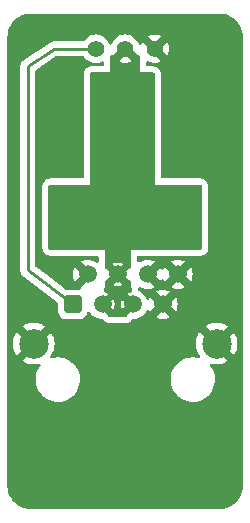
<source format=gbr>
%TF.GenerationSoftware,KiCad,Pcbnew,7.0.5-0*%
%TF.CreationDate,2024-07-28T13:55:19+02:00*%
%TF.ProjectId,rj45-dynamixel-adapter,726a3435-2d64-4796-9e61-6d6978656c2d,rev?*%
%TF.SameCoordinates,Original*%
%TF.FileFunction,Copper,L2,Inr*%
%TF.FilePolarity,Positive*%
%FSLAX46Y46*%
G04 Gerber Fmt 4.6, Leading zero omitted, Abs format (unit mm)*
G04 Created by KiCad (PCBNEW 7.0.5-0) date 2024-07-28 13:55:19*
%MOMM*%
%LPD*%
G01*
G04 APERTURE LIST*
G04 Aperture macros list*
%AMRoundRect*
0 Rectangle with rounded corners*
0 $1 Rounding radius*
0 $2 $3 $4 $5 $6 $7 $8 $9 X,Y pos of 4 corners*
0 Add a 4 corners polygon primitive as box body*
4,1,4,$2,$3,$4,$5,$6,$7,$8,$9,$2,$3,0*
0 Add four circle primitives for the rounded corners*
1,1,$1+$1,$2,$3*
1,1,$1+$1,$4,$5*
1,1,$1+$1,$6,$7*
1,1,$1+$1,$8,$9*
0 Add four rect primitives between the rounded corners*
20,1,$1+$1,$2,$3,$4,$5,0*
20,1,$1+$1,$4,$5,$6,$7,0*
20,1,$1+$1,$6,$7,$8,$9,0*
20,1,$1+$1,$8,$9,$2,$3,0*%
G04 Aperture macros list end*
%TA.AperFunction,ComponentPad*%
%ADD10RoundRect,0.250500X-0.499500X-0.499500X0.499500X-0.499500X0.499500X0.499500X-0.499500X0.499500X0*%
%TD*%
%TA.AperFunction,ComponentPad*%
%ADD11C,1.500000*%
%TD*%
%TA.AperFunction,ComponentPad*%
%ADD12C,2.500000*%
%TD*%
%TA.AperFunction,ComponentPad*%
%ADD13C,1.397000*%
%TD*%
%TA.AperFunction,ViaPad*%
%ADD14C,0.800000*%
%TD*%
%TA.AperFunction,Conductor*%
%ADD15C,0.250000*%
%TD*%
G04 APERTURE END LIST*
D10*
%TO.N,/SIG*%
%TO.C,J3*%
X146560000Y-105650000D03*
D11*
%TO.N,GND*%
X147820000Y-103110000D03*
%TO.N,/12V*%
X149100000Y-105650000D03*
X150360000Y-103110000D03*
X151640000Y-105650000D03*
%TO.N,GND*%
X152900000Y-103110000D03*
X154180000Y-105650000D03*
X155440000Y-103110000D03*
D12*
X143255000Y-108960000D03*
X158745000Y-108960000D03*
%TD*%
D13*
%TO.N,GND*%
%TO.C,J1*%
X153500000Y-84000000D03*
%TO.N,/12V*%
X151000000Y-84000000D03*
%TO.N,/SIG*%
X148500000Y-84000000D03*
%TD*%
D14*
%TO.N,GND*%
X157750000Y-87250000D03*
X144250000Y-92250000D03*
X144250000Y-90000000D03*
X157750000Y-92250000D03*
X145000000Y-103000000D03*
X144250000Y-87250000D03*
X157750000Y-90000000D03*
%TO.N,/12V*%
X150250000Y-93750000D03*
X150250000Y-96000000D03*
X150250000Y-98250000D03*
X150750000Y-87250000D03*
X150250000Y-100500000D03*
X150250000Y-91750000D03*
X150250000Y-89750000D03*
%TD*%
D15*
%TO.N,/SIG*%
X146560000Y-105650000D02*
X142750000Y-102750000D01*
X142750000Y-102750000D02*
X142750000Y-85500000D01*
X142750000Y-85500000D02*
X145000000Y-84000000D01*
X145000000Y-84000000D02*
X148500000Y-84000000D01*
%TD*%
%TA.AperFunction,Conductor*%
%TO.N,/12V*%
G36*
X149250000Y-89000000D02*
G01*
X149250000Y-101000000D01*
X144624000Y-101000000D01*
X144556961Y-100980315D01*
X144511206Y-100927511D01*
X144500000Y-100876000D01*
X144500000Y-95624000D01*
X144519685Y-95556961D01*
X144572489Y-95511206D01*
X144624000Y-95500000D01*
X148000000Y-95500000D01*
X148000000Y-86124000D01*
X148019685Y-86056961D01*
X148072489Y-86011206D01*
X148124000Y-86000000D01*
X149750000Y-86000000D01*
X149250000Y-89000000D01*
G37*
%TD.AperFunction*%
%TA.AperFunction,Conductor*%
G36*
X153443039Y-86019685D02*
G01*
X153488794Y-86072489D01*
X153500000Y-86124000D01*
X153500000Y-95500000D01*
X157376000Y-95500000D01*
X157443039Y-95519685D01*
X157488794Y-95572489D01*
X157500000Y-95624000D01*
X157500000Y-100876000D01*
X157480315Y-100943039D01*
X157427511Y-100988794D01*
X157376000Y-101000000D01*
X151500000Y-101000000D01*
X151500000Y-89000000D01*
X152250000Y-86000000D01*
X153376000Y-86000000D01*
X153443039Y-86019685D01*
G37*
%TD.AperFunction*%
%TD*%
%TA.AperFunction,Conductor*%
%TO.N,/12V*%
G36*
X151500000Y-101000000D02*
G01*
X151500000Y-101000001D01*
X151500000Y-102417682D01*
X151481046Y-102512970D01*
X151427070Y-102593752D01*
X151346288Y-102647728D01*
X151265902Y-102663717D01*
X150819619Y-103110000D01*
X151268274Y-103558654D01*
X151311502Y-103560778D01*
X151399329Y-103602318D01*
X151464575Y-103674305D01*
X151497305Y-103765781D01*
X151500000Y-103802316D01*
X151500000Y-104250000D01*
X151514799Y-104276140D01*
X151530567Y-104290444D01*
X151572067Y-104378289D01*
X151576791Y-104475329D01*
X151544019Y-104566790D01*
X151478741Y-104638748D01*
X151402784Y-104676961D01*
X151255465Y-104721650D01*
X151200596Y-104750977D01*
X151639999Y-105190380D01*
X151640000Y-105190380D01*
X151649620Y-105200000D01*
X151606276Y-105200000D01*
X151505862Y-105215135D01*
X151383643Y-105273993D01*
X151284202Y-105366260D01*
X151216375Y-105483740D01*
X151186190Y-105615992D01*
X151196327Y-105751265D01*
X151245887Y-105877541D01*
X151330465Y-105983599D01*
X151442547Y-106060016D01*
X151572173Y-106100000D01*
X151649617Y-106100000D01*
X151178953Y-106570665D01*
X151141750Y-106649328D01*
X151069763Y-106714573D01*
X150978288Y-106747305D01*
X150941750Y-106750000D01*
X149798250Y-106750000D01*
X149702962Y-106731046D01*
X149622180Y-106677070D01*
X149568204Y-106596288D01*
X149563619Y-106573239D01*
X149090381Y-106100000D01*
X149133724Y-106100000D01*
X149234138Y-106084865D01*
X149356357Y-106026007D01*
X149455798Y-105933740D01*
X149523625Y-105816260D01*
X149553810Y-105684008D01*
X149551262Y-105650000D01*
X149559619Y-105650000D01*
X149999021Y-106089401D01*
X150028349Y-106034535D01*
X150028350Y-106034534D01*
X150085530Y-105846034D01*
X150104839Y-105649999D01*
X150635161Y-105649999D01*
X150654469Y-105846034D01*
X150711649Y-106034534D01*
X150711650Y-106034536D01*
X150740977Y-106089401D01*
X151180379Y-105650000D01*
X150740976Y-105210597D01*
X150711649Y-105265466D01*
X150654469Y-105453965D01*
X150635161Y-105649999D01*
X150104839Y-105649999D01*
X150085530Y-105453965D01*
X150028351Y-105265469D01*
X150028349Y-105265464D01*
X149999022Y-105210597D01*
X149559619Y-105650000D01*
X149551262Y-105650000D01*
X149543673Y-105548735D01*
X149494113Y-105422459D01*
X149409535Y-105316401D01*
X149297453Y-105239984D01*
X149167827Y-105200000D01*
X149090380Y-105200000D01*
X149100000Y-105190380D01*
X149539401Y-104750977D01*
X149539401Y-104750976D01*
X149484541Y-104721653D01*
X149484533Y-104721649D01*
X149343858Y-104678976D01*
X149258175Y-104633177D01*
X149196541Y-104558076D01*
X149168338Y-104465104D01*
X149177861Y-104368417D01*
X149223660Y-104282734D01*
X149238926Y-104269559D01*
X149250000Y-104250000D01*
X149250000Y-104009022D01*
X149920597Y-104009022D01*
X149975464Y-104038349D01*
X149975469Y-104038351D01*
X150163965Y-104095530D01*
X150359999Y-104114838D01*
X150556034Y-104095530D01*
X150744534Y-104038350D01*
X150744535Y-104038349D01*
X150799402Y-104009021D01*
X150360000Y-103569619D01*
X149920597Y-104009022D01*
X149250000Y-104009022D01*
X149250000Y-103806767D01*
X149268954Y-103711479D01*
X149322930Y-103630697D01*
X149403712Y-103576721D01*
X149441093Y-103569285D01*
X149900379Y-103110000D01*
X149866371Y-103075992D01*
X149906190Y-103075992D01*
X149916327Y-103211265D01*
X149965887Y-103337541D01*
X150050465Y-103443599D01*
X150162547Y-103520016D01*
X150292173Y-103560000D01*
X150393724Y-103560000D01*
X150494138Y-103544865D01*
X150616357Y-103486007D01*
X150715798Y-103393740D01*
X150783625Y-103276260D01*
X150813810Y-103144008D01*
X150803673Y-103008735D01*
X150754113Y-102882459D01*
X150669535Y-102776401D01*
X150557453Y-102699984D01*
X150427827Y-102660000D01*
X150326276Y-102660000D01*
X150225862Y-102675135D01*
X150103643Y-102733993D01*
X150004202Y-102826260D01*
X149936375Y-102943740D01*
X149906190Y-103075992D01*
X149866371Y-103075992D01*
X149445490Y-102655111D01*
X149438494Y-102654768D01*
X149350668Y-102613227D01*
X149285424Y-102541239D01*
X149252694Y-102449763D01*
X149250000Y-102413231D01*
X149250000Y-102210976D01*
X149920597Y-102210976D01*
X150360000Y-102650379D01*
X150799401Y-102210977D01*
X150744536Y-102181650D01*
X150744534Y-102181649D01*
X150556034Y-102124469D01*
X150360000Y-102105161D01*
X150163965Y-102124469D01*
X149975466Y-102181649D01*
X149920597Y-102210976D01*
X149250000Y-102210976D01*
X149250000Y-101000001D01*
X149250000Y-101000000D01*
X149250000Y-89000000D01*
X151500000Y-89000000D01*
X151500000Y-101000000D01*
G37*
%TD.AperFunction*%
%TD*%
%TA.AperFunction,Conductor*%
%TO.N,GND*%
G36*
X147472595Y-84653185D02*
G01*
X147507131Y-84686377D01*
X147571850Y-84778807D01*
X147571851Y-84778808D01*
X147571852Y-84778809D01*
X147721191Y-84928148D01*
X147721194Y-84928150D01*
X147721195Y-84928151D01*
X147894189Y-85049283D01*
X147894191Y-85049284D01*
X147894194Y-85049286D01*
X148085605Y-85138542D01*
X148289606Y-85193204D01*
X148425133Y-85205061D01*
X148499998Y-85211611D01*
X148500000Y-85211611D01*
X148500002Y-85211611D01*
X148552598Y-85207009D01*
X148710394Y-85193204D01*
X148914395Y-85138542D01*
X149060095Y-85070600D01*
X149129173Y-85060109D01*
X149192957Y-85088629D01*
X149231196Y-85147106D01*
X149236500Y-85182983D01*
X149236500Y-85362500D01*
X149216815Y-85429539D01*
X149164011Y-85475294D01*
X149112500Y-85486500D01*
X148124000Y-85486500D01*
X148123991Y-85486500D01*
X148123990Y-85486501D01*
X148014848Y-85498235D01*
X148014836Y-85498237D01*
X147963326Y-85509443D01*
X147859179Y-85544106D01*
X147859173Y-85544109D01*
X147736218Y-85623128D01*
X147736211Y-85623134D01*
X147683418Y-85668879D01*
X147683415Y-85668882D01*
X147587705Y-85779335D01*
X147587701Y-85779341D01*
X147526986Y-85912285D01*
X147511999Y-85963326D01*
X147507301Y-85979326D01*
X147507300Y-85979330D01*
X147486502Y-86123990D01*
X147486500Y-86124001D01*
X147486500Y-94862500D01*
X147466815Y-94929539D01*
X147414011Y-94975294D01*
X147362500Y-94986500D01*
X144624000Y-94986500D01*
X144623991Y-94986500D01*
X144623990Y-94986501D01*
X144514848Y-94998235D01*
X144514836Y-94998237D01*
X144463326Y-95009443D01*
X144359179Y-95044106D01*
X144359173Y-95044109D01*
X144236218Y-95123128D01*
X144236211Y-95123134D01*
X144183418Y-95168879D01*
X144183415Y-95168882D01*
X144087705Y-95279335D01*
X144087701Y-95279341D01*
X144026986Y-95412285D01*
X144011999Y-95463326D01*
X144007301Y-95479326D01*
X144007300Y-95479330D01*
X143986500Y-95624000D01*
X143986500Y-100876000D01*
X143986501Y-100876009D01*
X143998235Y-100985151D01*
X143998237Y-100985163D01*
X144009443Y-101036673D01*
X144044106Y-101140820D01*
X144044109Y-101140826D01*
X144123128Y-101263781D01*
X144123134Y-101263788D01*
X144168879Y-101316581D01*
X144168882Y-101316584D01*
X144168884Y-101316586D01*
X144185657Y-101331120D01*
X144279335Y-101412294D01*
X144279337Y-101412295D01*
X144279339Y-101412297D01*
X144412287Y-101473014D01*
X144479326Y-101492699D01*
X144479330Y-101492700D01*
X144624000Y-101513500D01*
X148612500Y-101513500D01*
X148679539Y-101533185D01*
X148725294Y-101585989D01*
X148736500Y-101637500D01*
X148736500Y-101987569D01*
X148716815Y-102054608D01*
X148664011Y-102100363D01*
X148594853Y-102110307D01*
X148541377Y-102089144D01*
X148447392Y-102023335D01*
X148447388Y-102023333D01*
X148249159Y-101930898D01*
X148249150Y-101930894D01*
X148037894Y-101874289D01*
X148037884Y-101874287D01*
X147820001Y-101855225D01*
X147819999Y-101855225D01*
X147602115Y-101874287D01*
X147602105Y-101874289D01*
X147390849Y-101930894D01*
X147390835Y-101930899D01*
X147216955Y-102011980D01*
X147864975Y-102660000D01*
X147786276Y-102660000D01*
X147685862Y-102675135D01*
X147563643Y-102733993D01*
X147464202Y-102826260D01*
X147396375Y-102943740D01*
X147366190Y-103075992D01*
X147376327Y-103211265D01*
X147425887Y-103337541D01*
X147510465Y-103443599D01*
X147622547Y-103520016D01*
X147752173Y-103560000D01*
X147853724Y-103560000D01*
X147866969Y-103558003D01*
X147216956Y-104208017D01*
X147223648Y-104245967D01*
X147215904Y-104315406D01*
X147171848Y-104369636D01*
X147105467Y-104391438D01*
X147101532Y-104391500D01*
X146009912Y-104391500D01*
X146008050Y-104391691D01*
X146007648Y-104391616D01*
X146006770Y-104391661D01*
X146006759Y-104391450D01*
X145939359Y-104378912D01*
X145920362Y-104367000D01*
X144268924Y-103110000D01*
X146565225Y-103110000D01*
X146584287Y-103327884D01*
X146584289Y-103327894D01*
X146640894Y-103539150D01*
X146640898Y-103539159D01*
X146721981Y-103713042D01*
X147325025Y-103109999D01*
X147325025Y-103109998D01*
X146721981Y-102506955D01*
X146721980Y-102506955D01*
X146640899Y-102680835D01*
X146640894Y-102680849D01*
X146584289Y-102892105D01*
X146584287Y-102892115D01*
X146565225Y-103109999D01*
X146565225Y-103110000D01*
X144268924Y-103110000D01*
X143432397Y-102473274D01*
X143390975Y-102417007D01*
X143383500Y-102374605D01*
X143383500Y-85905401D01*
X143403185Y-85838362D01*
X143438715Y-85802228D01*
X145160569Y-84654325D01*
X145227268Y-84633518D01*
X145229352Y-84633500D01*
X147405556Y-84633500D01*
X147472595Y-84653185D01*
G37*
%TD.AperFunction*%
%TA.AperFunction,Conductor*%
G36*
X159002018Y-81025633D02*
G01*
X159182641Y-81037470D01*
X159253674Y-81042126D01*
X159261707Y-81043184D01*
X159492471Y-81089085D01*
X159507046Y-81091985D01*
X159514889Y-81094086D01*
X159751769Y-81174496D01*
X159759243Y-81177592D01*
X159983607Y-81288236D01*
X159990631Y-81292293D01*
X160119083Y-81378121D01*
X160198621Y-81431267D01*
X160205049Y-81436199D01*
X160393123Y-81601135D01*
X160398862Y-81606874D01*
X160563798Y-81794948D01*
X160568736Y-81801383D01*
X160707706Y-82009368D01*
X160711766Y-82016398D01*
X160822401Y-82240743D01*
X160825508Y-82248244D01*
X160905913Y-82485111D01*
X160908014Y-82492953D01*
X160956813Y-82738279D01*
X160957873Y-82746328D01*
X160974367Y-82997980D01*
X160974500Y-83002036D01*
X160974500Y-120997962D01*
X160974367Y-121002018D01*
X160957873Y-121253671D01*
X160956813Y-121261720D01*
X160908014Y-121507046D01*
X160905913Y-121514888D01*
X160825508Y-121751755D01*
X160822401Y-121759256D01*
X160711766Y-121983601D01*
X160707706Y-121990631D01*
X160568736Y-122198616D01*
X160563794Y-122205057D01*
X160398864Y-122393123D01*
X160393123Y-122398864D01*
X160205057Y-122563794D01*
X160198616Y-122568736D01*
X159990631Y-122707706D01*
X159983601Y-122711766D01*
X159759256Y-122822401D01*
X159751755Y-122825508D01*
X159514888Y-122905913D01*
X159507046Y-122908014D01*
X159261720Y-122956813D01*
X159253671Y-122957873D01*
X159002018Y-122974367D01*
X158997962Y-122974500D01*
X143002038Y-122974500D01*
X142997982Y-122974367D01*
X142746328Y-122957873D01*
X142738279Y-122956813D01*
X142492953Y-122908014D01*
X142485111Y-122905913D01*
X142332099Y-122853972D01*
X142248238Y-122825505D01*
X142240749Y-122822403D01*
X142016397Y-122711765D01*
X142009368Y-122707706D01*
X141801383Y-122568736D01*
X141794948Y-122563798D01*
X141606874Y-122398862D01*
X141601135Y-122393123D01*
X141553118Y-122338370D01*
X141436199Y-122205049D01*
X141431267Y-122198621D01*
X141378121Y-122119083D01*
X141292293Y-121990631D01*
X141288236Y-121983607D01*
X141177592Y-121759243D01*
X141174496Y-121751769D01*
X141094086Y-121514888D01*
X141091985Y-121507046D01*
X141069897Y-121396003D01*
X141043184Y-121261707D01*
X141042126Y-121253670D01*
X141025633Y-121002018D01*
X141025500Y-120997962D01*
X141025500Y-108960004D01*
X141500093Y-108960004D01*
X141519692Y-109221545D01*
X141519693Y-109221550D01*
X141578058Y-109477270D01*
X141673883Y-109721426D01*
X141673882Y-109721426D01*
X141792737Y-109927286D01*
X141792738Y-109927287D01*
X142487060Y-109232964D01*
X142516064Y-109315853D01*
X142613775Y-109471360D01*
X142743640Y-109601225D01*
X142899147Y-109698936D01*
X142982034Y-109727939D01*
X142289921Y-110420051D01*
X142377551Y-110479796D01*
X142613854Y-110593594D01*
X142613858Y-110593595D01*
X142864494Y-110670907D01*
X142864500Y-110670909D01*
X143123848Y-110709999D01*
X143123857Y-110710000D01*
X143386143Y-110710000D01*
X143386151Y-110709999D01*
X143645499Y-110670909D01*
X143645509Y-110670906D01*
X143668185Y-110663912D01*
X143738049Y-110662960D01*
X143797336Y-110699931D01*
X143827223Y-110763085D01*
X143818222Y-110832373D01*
X143805585Y-110854552D01*
X143679809Y-111030354D01*
X143679802Y-111030366D01*
X143554275Y-111274515D01*
X143554271Y-111274525D01*
X143465632Y-111534344D01*
X143465629Y-111534358D01*
X143415765Y-111804314D01*
X143415763Y-111804334D01*
X143405737Y-112078678D01*
X143435762Y-112351559D01*
X143435763Y-112351569D01*
X143505202Y-112617178D01*
X143505204Y-112617182D01*
X143612577Y-112869852D01*
X143755592Y-113104191D01*
X143755599Y-113104201D01*
X143931199Y-113315207D01*
X143931204Y-113315212D01*
X143931209Y-113315218D01*
X143931216Y-113315224D01*
X144135672Y-113498419D01*
X144135674Y-113498420D01*
X144135677Y-113498423D01*
X144364641Y-113649904D01*
X144613221Y-113766433D01*
X144876119Y-113845527D01*
X145147731Y-113885500D01*
X145147736Y-113885500D01*
X145353545Y-113885500D01*
X145353547Y-113885500D01*
X145353552Y-113885499D01*
X145353564Y-113885499D01*
X145391614Y-113882713D01*
X145558805Y-113870477D01*
X145826775Y-113810784D01*
X146083198Y-113712711D01*
X146322609Y-113578347D01*
X146539904Y-113410557D01*
X146730454Y-113212916D01*
X146890196Y-112989637D01*
X147015727Y-112745479D01*
X147104370Y-112485646D01*
X147154236Y-112215674D01*
X147159242Y-112078678D01*
X154835737Y-112078678D01*
X154865762Y-112351559D01*
X154865763Y-112351569D01*
X154935202Y-112617178D01*
X154935204Y-112617182D01*
X155042577Y-112869852D01*
X155185592Y-113104191D01*
X155185599Y-113104201D01*
X155361199Y-113315207D01*
X155361204Y-113315212D01*
X155361209Y-113315218D01*
X155361216Y-113315224D01*
X155565672Y-113498419D01*
X155565674Y-113498420D01*
X155565677Y-113498423D01*
X155794641Y-113649904D01*
X156043221Y-113766433D01*
X156306119Y-113845527D01*
X156577731Y-113885500D01*
X156577736Y-113885500D01*
X156783545Y-113885500D01*
X156783547Y-113885500D01*
X156783552Y-113885499D01*
X156783564Y-113885499D01*
X156821614Y-113882713D01*
X156988805Y-113870477D01*
X157256775Y-113810784D01*
X157513198Y-113712711D01*
X157752609Y-113578347D01*
X157969904Y-113410557D01*
X158160454Y-113212916D01*
X158320196Y-112989637D01*
X158445727Y-112745479D01*
X158534370Y-112485646D01*
X158584236Y-112215674D01*
X158594262Y-111941320D01*
X158564236Y-111668429D01*
X158494796Y-111402818D01*
X158387423Y-111150148D01*
X158244405Y-110915804D01*
X158243943Y-110915249D01*
X158199206Y-110861491D01*
X158171453Y-110797370D01*
X158182772Y-110728423D01*
X158229570Y-110676541D01*
X158296989Y-110658197D01*
X158331070Y-110663682D01*
X158354490Y-110670907D01*
X158354500Y-110670909D01*
X158613848Y-110709999D01*
X158613857Y-110710000D01*
X158876143Y-110710000D01*
X158876151Y-110709999D01*
X159135499Y-110670909D01*
X159135505Y-110670907D01*
X159386143Y-110593595D01*
X159622445Y-110479798D01*
X159622454Y-110479793D01*
X159710078Y-110420052D01*
X159017964Y-109727939D01*
X159100853Y-109698936D01*
X159256360Y-109601225D01*
X159386225Y-109471360D01*
X159483936Y-109315853D01*
X159512939Y-109232964D01*
X160207261Y-109927287D01*
X160207262Y-109927287D01*
X160326116Y-109721426D01*
X160421941Y-109477270D01*
X160480306Y-109221550D01*
X160480307Y-109221545D01*
X160499907Y-108960004D01*
X160499907Y-108959995D01*
X160480307Y-108698454D01*
X160480306Y-108698449D01*
X160421941Y-108442729D01*
X160326116Y-108198573D01*
X160207261Y-107992711D01*
X159512939Y-108687034D01*
X159483936Y-108604147D01*
X159386225Y-108448640D01*
X159256360Y-108318775D01*
X159100853Y-108221064D01*
X159017964Y-108192060D01*
X159710078Y-107499945D01*
X159622461Y-107440210D01*
X159622448Y-107440203D01*
X159386142Y-107326404D01*
X159386144Y-107326404D01*
X159135505Y-107249092D01*
X159135499Y-107249090D01*
X158876151Y-107210000D01*
X158613848Y-107210000D01*
X158354500Y-107249090D01*
X158354494Y-107249092D01*
X158103858Y-107326404D01*
X158103854Y-107326405D01*
X157867547Y-107440205D01*
X157867546Y-107440206D01*
X157779922Y-107499947D01*
X158472035Y-108192060D01*
X158389147Y-108221064D01*
X158233640Y-108318775D01*
X158103775Y-108448640D01*
X158006064Y-108604147D01*
X157977060Y-108687035D01*
X157282737Y-107992712D01*
X157163883Y-108198573D01*
X157068058Y-108442729D01*
X157009693Y-108698449D01*
X157009692Y-108698454D01*
X156990093Y-108959995D01*
X156990093Y-108960004D01*
X157009692Y-109221545D01*
X157009693Y-109221550D01*
X157068058Y-109477270D01*
X157163883Y-109721426D01*
X157163882Y-109721426D01*
X157295028Y-109948573D01*
X157338485Y-110003067D01*
X157364894Y-110067754D01*
X157352137Y-110136449D01*
X157304267Y-110187343D01*
X157236480Y-110204277D01*
X157205814Y-110199123D01*
X157123879Y-110174472D01*
X156979612Y-110153241D01*
X156852269Y-110134500D01*
X156646453Y-110134500D01*
X156646435Y-110134500D01*
X156441195Y-110149523D01*
X156441185Y-110149524D01*
X156173229Y-110209214D01*
X156173224Y-110209216D01*
X155916799Y-110307290D01*
X155677392Y-110441652D01*
X155677387Y-110441655D01*
X155460097Y-110609441D01*
X155460088Y-110609450D01*
X155269549Y-110807080D01*
X155269547Y-110807082D01*
X155109805Y-111030361D01*
X155109802Y-111030366D01*
X154984275Y-111274515D01*
X154984271Y-111274525D01*
X154895632Y-111534344D01*
X154895629Y-111534358D01*
X154845765Y-111804314D01*
X154845763Y-111804334D01*
X154835737Y-112078678D01*
X147159242Y-112078678D01*
X147164262Y-111941320D01*
X147134236Y-111668429D01*
X147064796Y-111402818D01*
X146957423Y-111150148D01*
X146814405Y-110915804D01*
X146812666Y-110913715D01*
X146638800Y-110704792D01*
X146638795Y-110704787D01*
X146638791Y-110704782D01*
X146532385Y-110609441D01*
X146434327Y-110521580D01*
X146434324Y-110521578D01*
X146434323Y-110521577D01*
X146205359Y-110370096D01*
X145956779Y-110253567D01*
X145809362Y-110209216D01*
X145693879Y-110174472D01*
X145549612Y-110153241D01*
X145422269Y-110134500D01*
X145216453Y-110134500D01*
X145216435Y-110134500D01*
X145011195Y-110149523D01*
X145011181Y-110149525D01*
X144786972Y-110199470D01*
X144717257Y-110194833D01*
X144661115Y-110153241D01*
X144636373Y-110087899D01*
X144650884Y-110019553D01*
X144663064Y-110001124D01*
X144704972Y-109948573D01*
X144836116Y-109721426D01*
X144931941Y-109477270D01*
X144990306Y-109221550D01*
X144990307Y-109221545D01*
X145009907Y-108960004D01*
X145009907Y-108959995D01*
X144990307Y-108698454D01*
X144990306Y-108698449D01*
X144931941Y-108442729D01*
X144836116Y-108198573D01*
X144717261Y-107992711D01*
X144022939Y-108687034D01*
X143993936Y-108604147D01*
X143896225Y-108448640D01*
X143766360Y-108318775D01*
X143610853Y-108221064D01*
X143527964Y-108192060D01*
X144220078Y-107499945D01*
X144132461Y-107440210D01*
X144132448Y-107440203D01*
X143896142Y-107326404D01*
X143896144Y-107326404D01*
X143645505Y-107249092D01*
X143645499Y-107249090D01*
X143386151Y-107210000D01*
X143123848Y-107210000D01*
X142864500Y-107249090D01*
X142864494Y-107249092D01*
X142613858Y-107326404D01*
X142613854Y-107326405D01*
X142377547Y-107440205D01*
X142377546Y-107440206D01*
X142289922Y-107499947D01*
X142982035Y-108192060D01*
X142899147Y-108221064D01*
X142743640Y-108318775D01*
X142613775Y-108448640D01*
X142516064Y-108604147D01*
X142487060Y-108687033D01*
X141792738Y-107992711D01*
X141792737Y-107992712D01*
X141673883Y-108198573D01*
X141578058Y-108442729D01*
X141519693Y-108698449D01*
X141519692Y-108698454D01*
X141500093Y-108959995D01*
X141500093Y-108960004D01*
X141025500Y-108960004D01*
X141025500Y-85514379D01*
X142111627Y-85514379D01*
X142115141Y-85537915D01*
X142116500Y-85556223D01*
X142116500Y-102720376D01*
X142116275Y-102725649D01*
X142111989Y-102775886D01*
X142115505Y-102796848D01*
X142120439Y-102826260D01*
X142122898Y-102840914D01*
X142123263Y-102843400D01*
X142131526Y-102908797D01*
X142131648Y-102909273D01*
X142138354Y-102933350D01*
X142138468Y-102933733D01*
X142165202Y-102993996D01*
X142166174Y-102996312D01*
X142190447Y-103057615D01*
X142190721Y-103058114D01*
X142203112Y-103079608D01*
X142203374Y-103080042D01*
X142244266Y-103131777D01*
X142245785Y-103133781D01*
X142284527Y-103187106D01*
X142284890Y-103187493D01*
X142302269Y-103205263D01*
X142302627Y-103205615D01*
X142302629Y-103205617D01*
X142316764Y-103216376D01*
X142355110Y-103245564D01*
X142357080Y-103247127D01*
X142407856Y-103289133D01*
X142407860Y-103289135D01*
X142408303Y-103289416D01*
X142430061Y-103302613D01*
X145252604Y-105451004D01*
X145294025Y-105507270D01*
X145301500Y-105549672D01*
X145301500Y-106200083D01*
X145312120Y-106304029D01*
X145367928Y-106472448D01*
X145367933Y-106472459D01*
X145461072Y-106623459D01*
X145461075Y-106623463D01*
X145586536Y-106748924D01*
X145586540Y-106748927D01*
X145737540Y-106842066D01*
X145737543Y-106842067D01*
X145737549Y-106842071D01*
X145905972Y-106897880D01*
X146009924Y-106908500D01*
X146009929Y-106908500D01*
X147110071Y-106908500D01*
X147110076Y-106908500D01*
X147214028Y-106897880D01*
X147382451Y-106842071D01*
X147533463Y-106748925D01*
X147658925Y-106623463D01*
X147752071Y-106472451D01*
X147798873Y-106331209D01*
X147838644Y-106273766D01*
X147903159Y-106246942D01*
X147971935Y-106259257D01*
X148018152Y-106299089D01*
X148132251Y-106462038D01*
X148287962Y-106617749D01*
X148468346Y-106744056D01*
X148667924Y-106837120D01*
X148880629Y-106894115D01*
X149038506Y-106907927D01*
X149105393Y-106913779D01*
X149105208Y-106915883D01*
X149163473Y-106932992D01*
X149195700Y-106962996D01*
X149228165Y-107006363D01*
X149336898Y-107104032D01*
X149417680Y-107158008D01*
X149464951Y-107186055D01*
X149602783Y-107234679D01*
X149698071Y-107253633D01*
X149698078Y-107253633D01*
X149698080Y-107253634D01*
X149725889Y-107256372D01*
X149798250Y-107263500D01*
X149798253Y-107263500D01*
X150951202Y-107263500D01*
X150951203Y-107263500D01*
X150970095Y-107262804D01*
X151016061Y-107259414D01*
X151151289Y-107230785D01*
X151242764Y-107198053D01*
X151293446Y-107176794D01*
X151414608Y-107095052D01*
X151486595Y-107029807D01*
X151525297Y-106990757D01*
X151539773Y-106968879D01*
X151593185Y-106923834D01*
X151634721Y-106915088D01*
X151634607Y-106913779D01*
X151699986Y-106908059D01*
X151859371Y-106894115D01*
X152072076Y-106837120D01*
X152263157Y-106748018D01*
X153576955Y-106748018D01*
X153750840Y-106829101D01*
X153750849Y-106829105D01*
X153962105Y-106885710D01*
X153962115Y-106885712D01*
X154179999Y-106904775D01*
X154180001Y-106904775D01*
X154397884Y-106885712D01*
X154397894Y-106885710D01*
X154609150Y-106829105D01*
X154609159Y-106829102D01*
X154783043Y-106748018D01*
X154180001Y-106144975D01*
X154180000Y-106144975D01*
X153576955Y-106748018D01*
X152263157Y-106748018D01*
X152271654Y-106744056D01*
X152452038Y-106617749D01*
X152607749Y-106462038D01*
X152734056Y-106281654D01*
X152802309Y-106135283D01*
X152848477Y-106082849D01*
X152915671Y-106063696D01*
X152982552Y-106083911D01*
X153027070Y-106135287D01*
X153081980Y-106253043D01*
X153081981Y-106253043D01*
X153685025Y-105650000D01*
X153685025Y-105649999D01*
X153651018Y-105615992D01*
X153726190Y-105615992D01*
X153736327Y-105751265D01*
X153785887Y-105877541D01*
X153870465Y-105983599D01*
X153982547Y-106060016D01*
X154112173Y-106100000D01*
X154213724Y-106100000D01*
X154314138Y-106084865D01*
X154436357Y-106026007D01*
X154535798Y-105933740D01*
X154603625Y-105816260D01*
X154633810Y-105684008D01*
X154631261Y-105649999D01*
X154674975Y-105649999D01*
X155278017Y-106253043D01*
X155278018Y-106253042D01*
X155359102Y-106079159D01*
X155359105Y-106079150D01*
X155415710Y-105867894D01*
X155415712Y-105867884D01*
X155434775Y-105650000D01*
X155434775Y-105649999D01*
X155415712Y-105432115D01*
X155415710Y-105432105D01*
X155359105Y-105220849D01*
X155359101Y-105220840D01*
X155278018Y-105046955D01*
X154674975Y-105649999D01*
X154631261Y-105649999D01*
X154623673Y-105548735D01*
X154574113Y-105422459D01*
X154489535Y-105316401D01*
X154377453Y-105239984D01*
X154247827Y-105200000D01*
X154146276Y-105200000D01*
X154045862Y-105215135D01*
X153923643Y-105273993D01*
X153824202Y-105366260D01*
X153756375Y-105483740D01*
X153726190Y-105615992D01*
X153651018Y-105615992D01*
X153081980Y-105046955D01*
X153027070Y-105164712D01*
X152980898Y-105217151D01*
X152913704Y-105236303D01*
X152846823Y-105216087D01*
X152802306Y-105164711D01*
X152797789Y-105155025D01*
X152734056Y-105018347D01*
X152734054Y-105018344D01*
X152734053Y-105018342D01*
X152670902Y-104928154D01*
X152607749Y-104837962D01*
X152452038Y-104682251D01*
X152271654Y-104555944D01*
X152263155Y-104551981D01*
X152263153Y-104551980D01*
X153576955Y-104551980D01*
X154180000Y-105155025D01*
X154180001Y-105155025D01*
X154783043Y-104551981D01*
X154609159Y-104470898D01*
X154609150Y-104470894D01*
X154397894Y-104414289D01*
X154397884Y-104414287D01*
X154180001Y-104395225D01*
X154179999Y-104395225D01*
X153962115Y-104414287D01*
X153962105Y-104414289D01*
X153750849Y-104470894D01*
X153750835Y-104470899D01*
X153576955Y-104551980D01*
X152263153Y-104551980D01*
X152158528Y-104503193D01*
X152106088Y-104457021D01*
X152087079Y-104396839D01*
X152084961Y-104353340D01*
X152084961Y-104353338D01*
X152084960Y-104353334D01*
X152084960Y-104353321D01*
X152080799Y-104312756D01*
X152093543Y-104244059D01*
X152141404Y-104193156D01*
X152209187Y-104176209D01*
X152266907Y-104195712D01*
X152267920Y-104193958D01*
X152272611Y-104196666D01*
X152470840Y-104289101D01*
X152470849Y-104289105D01*
X152682105Y-104345710D01*
X152682115Y-104345712D01*
X152899999Y-104364775D01*
X152900001Y-104364775D01*
X153117884Y-104345712D01*
X153117894Y-104345710D01*
X153329150Y-104289105D01*
X153329159Y-104289102D01*
X153503043Y-104208018D01*
X154836955Y-104208018D01*
X155010840Y-104289101D01*
X155010849Y-104289105D01*
X155222105Y-104345710D01*
X155222115Y-104345712D01*
X155439999Y-104364775D01*
X155440001Y-104364775D01*
X155657884Y-104345712D01*
X155657894Y-104345710D01*
X155869150Y-104289105D01*
X155869159Y-104289102D01*
X156043043Y-104208018D01*
X155440001Y-103604975D01*
X155440000Y-103604975D01*
X154836955Y-104208018D01*
X153503043Y-104208018D01*
X152855024Y-103560000D01*
X152933724Y-103560000D01*
X153034138Y-103544865D01*
X153156357Y-103486007D01*
X153255798Y-103393740D01*
X153323625Y-103276260D01*
X153353810Y-103144008D01*
X153351262Y-103110000D01*
X153394975Y-103110000D01*
X153998017Y-103713042D01*
X154057617Y-103585232D01*
X154103789Y-103532793D01*
X154170983Y-103513641D01*
X154237864Y-103533857D01*
X154282381Y-103585232D01*
X154341980Y-103713043D01*
X154341981Y-103713043D01*
X154945025Y-103110000D01*
X154911017Y-103075992D01*
X154986190Y-103075992D01*
X154996327Y-103211265D01*
X155045887Y-103337541D01*
X155130465Y-103443599D01*
X155242547Y-103520016D01*
X155372173Y-103560000D01*
X155473724Y-103560000D01*
X155574138Y-103544865D01*
X155696357Y-103486007D01*
X155795798Y-103393740D01*
X155863625Y-103276260D01*
X155893810Y-103144008D01*
X155891261Y-103109999D01*
X155934975Y-103109999D01*
X156538017Y-103713043D01*
X156538018Y-103713042D01*
X156619102Y-103539159D01*
X156619105Y-103539150D01*
X156675710Y-103327894D01*
X156675712Y-103327884D01*
X156694775Y-103110000D01*
X156694775Y-103109999D01*
X156675712Y-102892115D01*
X156675710Y-102892105D01*
X156619105Y-102680849D01*
X156619101Y-102680840D01*
X156538018Y-102506955D01*
X155934975Y-103109999D01*
X155891261Y-103109999D01*
X155883673Y-103008735D01*
X155834113Y-102882459D01*
X155749535Y-102776401D01*
X155637453Y-102699984D01*
X155507827Y-102660000D01*
X155406276Y-102660000D01*
X155305862Y-102675135D01*
X155183643Y-102733993D01*
X155084202Y-102826260D01*
X155016375Y-102943740D01*
X154986190Y-103075992D01*
X154911017Y-103075992D01*
X154341980Y-102506955D01*
X154282381Y-102634767D01*
X154236208Y-102687206D01*
X154169015Y-102706358D01*
X154102134Y-102686142D01*
X154057617Y-102634767D01*
X153998017Y-102506956D01*
X153394975Y-103109999D01*
X153394975Y-103110000D01*
X153351262Y-103110000D01*
X153343673Y-103008735D01*
X153294113Y-102882459D01*
X153209535Y-102776401D01*
X153097453Y-102699984D01*
X152967827Y-102660000D01*
X152866276Y-102660000D01*
X152853028Y-102661996D01*
X152900000Y-102615025D01*
X153503042Y-102011981D01*
X153503040Y-102011980D01*
X154836955Y-102011980D01*
X155440000Y-102615025D01*
X155440001Y-102615025D01*
X156043043Y-102011981D01*
X155869159Y-101930898D01*
X155869150Y-101930894D01*
X155657894Y-101874289D01*
X155657884Y-101874287D01*
X155440001Y-101855225D01*
X155439999Y-101855225D01*
X155222115Y-101874287D01*
X155222105Y-101874289D01*
X155010849Y-101930894D01*
X155010835Y-101930899D01*
X154836955Y-102011980D01*
X153503040Y-102011980D01*
X153329159Y-101930898D01*
X153329150Y-101930894D01*
X153117894Y-101874289D01*
X153117884Y-101874287D01*
X152900001Y-101855225D01*
X152899999Y-101855225D01*
X152682115Y-101874287D01*
X152682105Y-101874289D01*
X152470849Y-101930894D01*
X152470840Y-101930898D01*
X152272612Y-102023333D01*
X152272610Y-102023334D01*
X152208622Y-102068139D01*
X152142416Y-102090466D01*
X152074649Y-102073454D01*
X152026837Y-102022506D01*
X152013500Y-101966563D01*
X152013500Y-101637500D01*
X152033185Y-101570461D01*
X152085989Y-101524706D01*
X152137500Y-101513500D01*
X157375990Y-101513500D01*
X157376000Y-101513500D01*
X157485157Y-101501764D01*
X157536668Y-101490558D01*
X157571440Y-101478984D01*
X157640820Y-101455893D01*
X157640824Y-101455890D01*
X157640827Y-101455890D01*
X157763782Y-101376871D01*
X157816586Y-101331116D01*
X157912297Y-101220661D01*
X157973014Y-101087713D01*
X157992699Y-101020674D01*
X157992700Y-101020670D01*
X158013500Y-100876000D01*
X158013500Y-95624000D01*
X158001764Y-95514843D01*
X157990558Y-95463332D01*
X157990453Y-95463017D01*
X157955893Y-95359179D01*
X157955890Y-95359173D01*
X157876871Y-95236218D01*
X157876865Y-95236211D01*
X157831120Y-95183418D01*
X157831117Y-95183415D01*
X157720664Y-95087705D01*
X157720658Y-95087701D01*
X157587714Y-95026986D01*
X157520677Y-95007302D01*
X157520679Y-95007302D01*
X157520674Y-95007301D01*
X157520670Y-95007300D01*
X157376000Y-94986500D01*
X157375998Y-94986500D01*
X154137500Y-94986500D01*
X154070461Y-94966815D01*
X154024706Y-94914011D01*
X154013500Y-94862500D01*
X154013500Y-86124009D01*
X154013500Y-86124000D01*
X154001764Y-86014843D01*
X153990558Y-85963332D01*
X153990453Y-85963017D01*
X153955893Y-85859179D01*
X153955890Y-85859173D01*
X153876871Y-85736218D01*
X153876865Y-85736211D01*
X153831120Y-85683418D01*
X153831117Y-85683415D01*
X153720664Y-85587705D01*
X153720658Y-85587701D01*
X153587714Y-85526986D01*
X153520677Y-85507302D01*
X153520679Y-85507302D01*
X153520674Y-85507301D01*
X153520670Y-85507300D01*
X153376000Y-85486500D01*
X153375998Y-85486500D01*
X152887500Y-85486500D01*
X152820461Y-85466815D01*
X152774706Y-85414011D01*
X152763500Y-85362500D01*
X152763500Y-85176240D01*
X152783185Y-85109201D01*
X152835989Y-85063446D01*
X152905147Y-85053502D01*
X152952780Y-85070814D01*
X152963497Y-85077450D01*
X153170607Y-85157684D01*
X153388945Y-85198500D01*
X153611055Y-85198500D01*
X153829397Y-85157683D01*
X154036501Y-85077451D01*
X154064894Y-85059869D01*
X153500000Y-84494975D01*
X153449525Y-84444500D01*
X153533312Y-84444500D01*
X153632499Y-84429550D01*
X153753224Y-84371412D01*
X153851450Y-84280272D01*
X153918447Y-84164228D01*
X153948264Y-84033593D01*
X153945747Y-83999999D01*
X153994974Y-83999999D01*
X154558339Y-84563364D01*
X154622350Y-84434813D01*
X154622356Y-84434798D01*
X154683139Y-84221168D01*
X154683140Y-84221166D01*
X154703634Y-84000000D01*
X154703634Y-83999999D01*
X154683140Y-83778833D01*
X154683139Y-83778831D01*
X154622356Y-83565201D01*
X154622350Y-83565186D01*
X154558338Y-83436634D01*
X153994974Y-83999998D01*
X153994974Y-83999999D01*
X153945747Y-83999999D01*
X153938251Y-83899972D01*
X153889297Y-83775240D01*
X153805752Y-83670478D01*
X153695040Y-83594996D01*
X153566998Y-83555500D01*
X153466688Y-83555500D01*
X153367501Y-83570450D01*
X153246776Y-83628588D01*
X153148550Y-83719728D01*
X153081553Y-83835772D01*
X153051736Y-83966407D01*
X153058241Y-84053215D01*
X152441660Y-83436634D01*
X152377645Y-83565197D01*
X152377641Y-83565207D01*
X152374283Y-83577009D01*
X152337001Y-83636101D01*
X152273690Y-83665656D01*
X152204451Y-83656291D01*
X152151267Y-83610979D01*
X152140981Y-83590441D01*
X152140830Y-83590512D01*
X152137618Y-83583623D01*
X152049286Y-83394195D01*
X151928148Y-83221191D01*
X151778809Y-83071852D01*
X151778805Y-83071849D01*
X151778804Y-83071848D01*
X151605810Y-82950716D01*
X151605806Y-82950714D01*
X151583106Y-82940129D01*
X152935103Y-82940129D01*
X153500000Y-83505025D01*
X153500001Y-83505025D01*
X154064894Y-82940129D01*
X154064894Y-82940128D01*
X154036509Y-82922552D01*
X154036505Y-82922550D01*
X153829392Y-82842315D01*
X153611055Y-82801500D01*
X153388945Y-82801500D01*
X153170607Y-82842315D01*
X152963495Y-82922550D01*
X152963491Y-82922552D01*
X152935103Y-82940129D01*
X151583106Y-82940129D01*
X151545412Y-82922552D01*
X151414395Y-82861458D01*
X151414391Y-82861457D01*
X151414387Y-82861455D01*
X151210399Y-82806797D01*
X151210395Y-82806796D01*
X151210394Y-82806796D01*
X151210393Y-82806795D01*
X151210388Y-82806795D01*
X151000002Y-82788389D01*
X150999998Y-82788389D01*
X150789611Y-82806795D01*
X150789600Y-82806797D01*
X150585612Y-82861455D01*
X150585603Y-82861459D01*
X150394196Y-82950713D01*
X150394194Y-82950714D01*
X150221188Y-83071853D01*
X150071853Y-83221188D01*
X149950714Y-83394194D01*
X149950713Y-83394196D01*
X149862382Y-83583623D01*
X149816210Y-83636062D01*
X149749016Y-83655214D01*
X149682135Y-83634998D01*
X149637618Y-83583623D01*
X149588946Y-83479246D01*
X149549286Y-83394195D01*
X149428148Y-83221191D01*
X149278809Y-83071852D01*
X149278805Y-83071849D01*
X149278804Y-83071848D01*
X149105810Y-82950716D01*
X149105806Y-82950714D01*
X149045412Y-82922552D01*
X148914395Y-82861458D01*
X148914391Y-82861457D01*
X148914387Y-82861455D01*
X148710399Y-82806797D01*
X148710395Y-82806796D01*
X148710394Y-82806796D01*
X148710393Y-82806795D01*
X148710388Y-82806795D01*
X148500002Y-82788389D01*
X148499998Y-82788389D01*
X148289611Y-82806795D01*
X148289600Y-82806797D01*
X148085612Y-82861455D01*
X148085603Y-82861459D01*
X147894196Y-82950713D01*
X147894194Y-82950714D01*
X147721188Y-83071853D01*
X147571853Y-83221188D01*
X147507131Y-83313623D01*
X147452555Y-83357248D01*
X147405556Y-83366500D01*
X145063008Y-83366500D01*
X145042522Y-83364796D01*
X145040024Y-83364377D01*
X145025733Y-83361983D01*
X144975586Y-83366274D01*
X144970298Y-83366500D01*
X144960134Y-83366500D01*
X144940757Y-83368948D01*
X144934516Y-83369737D01*
X144932051Y-83369998D01*
X144866258Y-83375628D01*
X144865346Y-83375823D01*
X144842149Y-83381283D01*
X144841195Y-83381528D01*
X144779817Y-83405829D01*
X144777476Y-83406702D01*
X144715185Y-83428503D01*
X144714418Y-83428885D01*
X144693208Y-83439994D01*
X144692381Y-83440449D01*
X144638979Y-83479246D01*
X144636929Y-83480673D01*
X142405136Y-84968536D01*
X142403967Y-84969296D01*
X142342981Y-85008000D01*
X142312774Y-85040167D01*
X142308163Y-85044596D01*
X142274808Y-85073478D01*
X142274803Y-85073484D01*
X142261249Y-85093052D01*
X142249713Y-85107321D01*
X142233414Y-85124679D01*
X142212150Y-85163354D01*
X142208786Y-85168789D01*
X142183663Y-85205060D01*
X142183663Y-85205061D01*
X142175400Y-85227386D01*
X142167774Y-85244076D01*
X142156305Y-85264938D01*
X142145327Y-85307690D01*
X142143420Y-85313793D01*
X142128108Y-85355163D01*
X142128107Y-85355168D01*
X142125655Y-85378848D01*
X142122421Y-85396906D01*
X142116500Y-85419968D01*
X142116500Y-85464098D01*
X142116170Y-85470486D01*
X142111627Y-85514373D01*
X142111627Y-85514379D01*
X141025500Y-85514379D01*
X141025500Y-83002037D01*
X141025633Y-82997981D01*
X141038510Y-82801500D01*
X141042126Y-82746323D01*
X141043183Y-82738294D01*
X141091985Y-82492950D01*
X141094086Y-82485111D01*
X141174498Y-82248225D01*
X141177590Y-82240761D01*
X141288239Y-82016386D01*
X141292293Y-82009368D01*
X141313189Y-81978094D01*
X141431272Y-81801370D01*
X141436193Y-81794957D01*
X141601144Y-81606866D01*
X141606866Y-81601144D01*
X141794957Y-81436193D01*
X141801370Y-81431272D01*
X142009368Y-81292293D01*
X142016386Y-81288239D01*
X142240761Y-81177590D01*
X142248225Y-81174498D01*
X142485114Y-81094085D01*
X142492950Y-81091985D01*
X142738294Y-81043183D01*
X142746323Y-81042126D01*
X142828233Y-81036758D01*
X142997982Y-81025633D01*
X143002038Y-81025500D01*
X143008285Y-81025500D01*
X158991715Y-81025500D01*
X158997962Y-81025500D01*
X159002018Y-81025633D01*
G37*
%TD.AperFunction*%
%TD*%
%TA.AperFunction,Conductor*%
%TO.N,/12V*%
G36*
X150551736Y-83966407D02*
G01*
X150561749Y-84100028D01*
X150610703Y-84224760D01*
X150694248Y-84329522D01*
X150804960Y-84405004D01*
X150933002Y-84444500D01*
X151033312Y-84444500D01*
X151132499Y-84429550D01*
X151253224Y-84371412D01*
X151351450Y-84280272D01*
X151418447Y-84164228D01*
X151448264Y-84033593D01*
X151438894Y-83908564D01*
X152070090Y-84539760D01*
X152106037Y-84533897D01*
X152175371Y-84542533D01*
X152229030Y-84587282D01*
X152249978Y-84653937D01*
X152250000Y-84656279D01*
X152250000Y-86000000D01*
X149750000Y-86000000D01*
X149750000Y-85073389D01*
X150456939Y-85073389D01*
X150463498Y-85077451D01*
X150670602Y-85157683D01*
X150888945Y-85198500D01*
X151111055Y-85198500D01*
X151329397Y-85157683D01*
X151536503Y-85077450D01*
X151543059Y-85073389D01*
X151543059Y-85073388D01*
X151000001Y-84530329D01*
X151000000Y-84530329D01*
X150456939Y-85073389D01*
X149750000Y-85073389D01*
X149750000Y-84656279D01*
X149769685Y-84589240D01*
X149822489Y-84543485D01*
X149891647Y-84533541D01*
X149893964Y-84533897D01*
X149929908Y-84539760D01*
X150566072Y-83903595D01*
X150551736Y-83966407D01*
G37*
%TD.AperFunction*%
%TA.AperFunction,Conductor*%
G36*
X151043333Y-83528849D02*
G01*
X151087680Y-83557350D01*
X151094230Y-83563900D01*
X151066998Y-83555500D01*
X150966688Y-83555500D01*
X150904846Y-83564821D01*
X150912318Y-83557350D01*
X150973641Y-83523865D01*
X151043333Y-83528849D01*
G37*
%TD.AperFunction*%
%TD*%
%TA.AperFunction,Conductor*%
%TO.N,/12V*%
G36*
X151500000Y-89000000D02*
G01*
X149250000Y-89000000D01*
X149750000Y-86000000D01*
X152250000Y-86000000D01*
X151500000Y-89000000D01*
G37*
%TD.AperFunction*%
%TD*%
M02*

</source>
